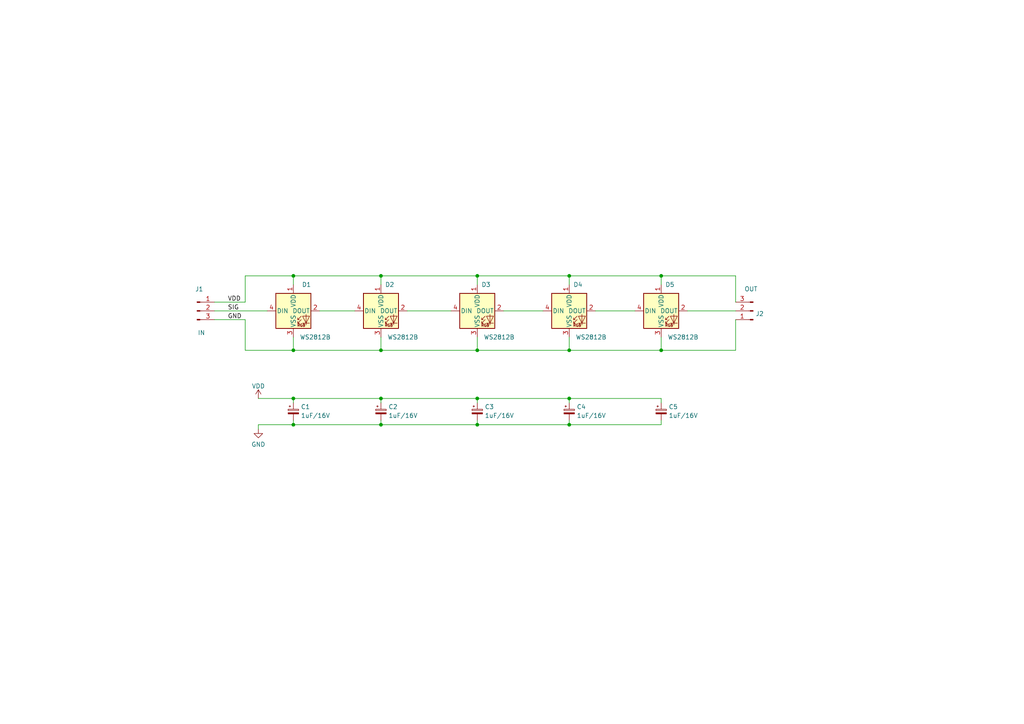
<source format=kicad_sch>
(kicad_sch (version 20211123) (generator eeschema)
  (paper "A4")
  (title_block (title "SMuFF Tools NeoPixel Board") (date "2023-03-27") (rev "1") (company "Technik gegg"))
  (lib_symbols
    (symbol "Connector:Conn_01x03_Male" (pin_names (offset 1.016) hide)
      (property "Reference" "J" (at 0 5.08 0))
      (property "Value" "Conn_01x03_Male" (at 0 -5.08 0))
      (symbol "Conn_01x03_Male_1_1"
        (polyline (pts (xy 1.27 -2.54) (xy 0.8636 -2.54)) (stroke (width 0.1524)))
        (polyline (pts (xy 1.27 0) (xy 0.8636 0)) (stroke (width 0.1524)))
        (polyline (pts (xy 1.27 2.54) (xy 0.8636 2.54)) (stroke (width 0.1524)))
        (rectangle (start 0.8636 -2.413) (end 0 -2.667) (stroke (width 0.1524)) (fill (type outline)))
        (rectangle (start 0.8636 0.127) (end 0 -0.127) (stroke (width 0.1524)) (fill (type outline)))
        (rectangle (start 0.8636 2.667) (end 0 2.413) (stroke (width 0.1524)) (fill (type outline)))
        (pin passive line (at 5.08 2.54 180) (length 3.81) (name "Pin_1") (number "1"))
        (pin passive line (at 5.08 0 180) (length 3.81) (name "Pin_2") (number "2"))
        (pin passive line (at 5.08 -2.54 180) (length 3.81) (name "Pin_3") (number "3"))
      )
    )
    (symbol "Device:C_Polarized_Small" (pin_numbers hide) (pin_names (offset 0.254) hide)
      (property "Reference" "C" (at 0.254 1.778 0))
      (property "Value" "C_Polarized_Small" (at 0.254 -2.032 0))
      (symbol "C_Polarized_Small_0_1"
        (rectangle (start -1.524 -0.3048) (end 1.524 -0.6858) (fill (type outline)))
        (rectangle (start -1.524 0.6858) (end 1.524 0.3048))
        (polyline (pts (xy -1.27 1.524) (xy -0.762 1.524)))
        (polyline (pts (xy -1.016 1.27) (xy -1.016 1.778)))
      )
      (symbol "C_Polarized_Small_1_1"
        (pin passive line (at 0 2.54 270) (length 1.8542) (name "~") (number "1"))
        (pin passive line (at 0 -2.54 90) (length 1.8542) (name "~") (number "2"))
      )
    )
    (symbol "LED:WS2812B" (pin_names (offset 0.254))
      (property "Reference" "D" (at 5.08 5.715 0))
      (property "Value" "WS2812B" (at 1.27 -5.715 0))
      (symbol "WS2812B_0_0"
        (text "RGB" (at 2.286 -4.191 0) (effects (font (size 0.762 0.762))))
      )
      (symbol "WS2812B_0_1"
        (polyline (pts (xy 1.27 -3.556) (xy 1.778 -3.556)))
        (polyline (pts (xy 1.27 -2.54) (xy 1.778 -2.54)))
        (polyline (pts (xy 4.699 -3.556) (xy 2.667 -3.556)))
        (polyline (pts (xy 2.286 -2.54) (xy 1.27 -3.556) (xy 1.27 -3.048)))
        (polyline (pts (xy 2.286 -1.524) (xy 1.27 -2.54) (xy 1.27 -2.032)))
        (polyline (pts (xy 3.683 -1.016) (xy 3.683 -3.556) (xy 3.683 -4.064)))
        (polyline (pts (xy 4.699 -1.524) (xy 2.667 -1.524) (xy 3.683 -3.556) (xy 4.699 -1.524)))
        (rectangle (start 5.08 5.08) (end -5.08 -5.08) (stroke (width 0.254)) (fill (type background)))
      )
      (symbol "WS2812B_1_1"
        (pin power_in line (at 0 7.62 270) (length 2.54) (name "VDD") (number "1"))
        (pin output line (at 7.62 0 180) (length 2.54) (name "DOUT") (number "2"))
        (pin power_in line (at 0 -7.62 90) (length 2.54) (name "VSS") (number "3"))
        (pin input line (at -7.62 0 0) (length 2.54) (name "DIN") (number "4"))
      )
    )
    (symbol "power:GND" (power) (pin_names (offset 0))
      (property "Value" "GND" (at 0 -3.81 0))
      (symbol "GND_0_1"
        (polyline (pts (xy 0 0) (xy 0 -1.27) (xy 1.27 -1.27) (xy 0 -2.54) (xy -1.27 -1.27) (xy 0 -1.27)))
      )
      (symbol "GND_1_1"
        (pin power_in line (at 0 0 270) (length 0) hide (name "GND") (number "1"))
      )
    )
    (symbol "power:VDD" (power) (pin_names (offset 0))
      (property "Value" "VDD" (at 0 3.81 0))
      (symbol "VDD_0_1"
        (polyline (pts (xy -0.762 1.27) (xy 0 2.54)))
        (polyline (pts (xy 0 0) (xy 0 2.54)))
        (polyline (pts (xy 0 2.54) (xy 0.762 1.27)))
      )
      (symbol "VDD_1_1"
        (pin power_in line (at 0 0 90) (length 0) hide (name "VDD") (number "1"))
      )
    )
  )
  (junction (at 110.49 123.19))
  (junction (at 110.49 80.01))
  (junction (at 165.1 123.19))
  (junction (at 165.1 101.6))
  (junction (at 85.09 80.01))
  (junction (at 165.1 80.01))
  (junction (at 191.77 101.6))
  (junction (at 85.09 115.57))
  (junction (at 85.09 101.6))
  (junction (at 138.43 101.6))
  (junction (at 165.1 115.57))
  (junction (at 138.43 115.57))
  (junction (at 110.49 115.57))
  (junction (at 110.49 101.6))
  (junction (at 138.43 80.01))
  (junction (at 85.09 123.19))
  (junction (at 191.77 80.01))
  (junction (at 138.43 123.19))
  (wire (pts (xy 74.93 124.46) (xy 74.93 123.19)))
  (wire (pts (xy 191.77 80.01) (xy 213.36 80.01)))
  (wire (pts (xy 71.12 80.01) (xy 85.09 80.01)))
  (wire (pts (xy 110.49 80.01) (xy 138.43 80.01)))
  (wire (pts (xy 165.1 97.79) (xy 165.1 101.6)))
  (wire (pts (xy 191.77 80.01) (xy 191.77 82.55)))
  (wire (pts (xy 191.77 115.57) (xy 191.77 116.84)))
  (wire (pts (xy 138.43 97.79) (xy 138.43 101.6)))
  (wire (pts (xy 118.11 90.17) (xy 130.81 90.17)))
  (wire (pts (xy 191.77 97.79) (xy 191.77 101.6)))
  (wire (pts (xy 110.49 121.92) (xy 110.49 123.19)))
  (wire (pts (xy 165.1 115.57) (xy 165.1 116.84)))
  (wire (pts (xy 165.1 101.6) (xy 191.77 101.6)))
  (wire (pts (xy 110.49 115.57) (xy 110.49 116.84)))
  (wire (pts (xy 172.72 90.17) (xy 184.15 90.17)))
  (wire (pts (xy 85.09 121.92) (xy 85.09 123.19)))
  (wire (pts (xy 138.43 115.57) (xy 138.43 116.84)))
  (wire (pts (xy 110.49 80.01) (xy 110.49 82.55)))
  (wire (pts (xy 85.09 97.79) (xy 85.09 101.6)))
  (wire (pts (xy 165.1 80.01) (xy 191.77 80.01)))
  (wire (pts (xy 71.12 87.63) (xy 71.12 80.01)))
  (wire (pts (xy 74.93 123.19) (xy 85.09 123.19)))
  (wire (pts (xy 165.1 123.19) (xy 191.77 123.19)))
  (wire (pts (xy 138.43 101.6) (xy 165.1 101.6)))
  (wire (pts (xy 138.43 80.01) (xy 138.43 82.55)))
  (wire (pts (xy 199.39 90.17) (xy 213.36 90.17)))
  (wire (pts (xy 110.49 101.6) (xy 138.43 101.6)))
  (wire (pts (xy 92.71 90.17) (xy 102.87 90.17)))
  (wire (pts (xy 110.49 97.79) (xy 110.49 101.6)))
  (wire (pts (xy 62.23 92.71) (xy 71.12 92.71)))
  (wire (pts (xy 85.09 101.6) (xy 110.49 101.6)))
  (wire (pts (xy 165.1 121.92) (xy 165.1 123.19)))
  (wire (pts (xy 213.36 92.71) (xy 213.36 101.6)))
  (wire (pts (xy 165.1 115.57) (xy 191.77 115.57)))
  (wire (pts (xy 138.43 123.19) (xy 165.1 123.19)))
  (wire (pts (xy 138.43 121.92) (xy 138.43 123.19)))
  (wire (pts (xy 213.36 87.63) (xy 213.36 80.01)))
  (wire (pts (xy 85.09 80.01) (xy 85.09 82.55)))
  (wire (pts (xy 138.43 80.01) (xy 165.1 80.01)))
  (wire (pts (xy 191.77 101.6) (xy 213.36 101.6)))
  (wire (pts (xy 74.93 115.57) (xy 85.09 115.57)))
  (wire (pts (xy 110.49 115.57) (xy 138.43 115.57)))
  (wire (pts (xy 62.23 90.17) (xy 77.47 90.17)))
  (wire (pts (xy 85.09 123.19) (xy 110.49 123.19)))
  (wire (pts (xy 62.23 87.63) (xy 71.12 87.63)))
  (wire (pts (xy 85.09 115.57) (xy 85.09 116.84)))
  (wire (pts (xy 146.05 90.17) (xy 157.48 90.17)))
  (wire (pts (xy 165.1 80.01) (xy 165.1 82.55)))
  (wire (pts (xy 138.43 115.57) (xy 165.1 115.57)))
  (wire (pts (xy 71.12 92.71) (xy 71.12 101.6)))
  (wire (pts (xy 85.09 80.01) (xy 110.49 80.01)))
  (wire (pts (xy 110.49 123.19) (xy 138.43 123.19)))
  (wire (pts (xy 71.12 101.6) (xy 85.09 101.6)))
  (wire (pts (xy 85.09 115.57) (xy 110.49 115.57)))
  (wire (pts (xy 191.77 121.92) (xy 191.77 123.19)))
  (label "VDD" (at 66.04 87.63 0))
  (label "GND" (at 66.04 92.71 0))
  (label "SIG" (at 66.04 90.17 0))
  (symbol (lib_id "Device:C_Polarized_Small") (at 85.09 119.38 0) (unit 1)
    (property "Reference" "C1" (at 87.249 117.9992 0) (effects (justify left)))
    (property "Value" "1uF/16V" (at 87.249 120.5361 0) (effects (justify left)))
    (property "Footprint" "Capacitor_Tantalum_SMD:CP_EIA-2012-12_Kemet-R" (effects hide))
  )
  (symbol (lib_id "Device:C_Polarized_Small") (at 191.77 119.38 0) (unit 1)
    (property "Reference" "C5" (at 193.929 117.9992 0) (effects (justify left)))
    (property "Value" "1uF/16V" (at 193.929 120.5361 0) (effects (justify left)))
    (property "Footprint" "Capacitor_Tantalum_SMD:CP_EIA-2012-12_Kemet-R" (effects hide))
  )
  (symbol (lib_id "LED:WS2812B") (at 138.43 90.17 0) (unit 1)
    (property "Reference" "D3" (at 140.97 82.55 0))
    (property "Value" "WS2812B" (at 144.78 97.79 0))
    (property "Footprint" "LED_SMD:LED_WS2812B_PLCC4_5.0x5.0mm_P3.2mm" (effects hide))
    (property "Datasheet" "https://cdn-shop.adafruit.com/datasheets/WS2812B.pdf" (effects hide))
  )
  (symbol (lib_id "LED:WS2812B") (at 110.49 90.17 0) (unit 1)
    (property "Reference" "D2" (at 113.03 82.55 0))
    (property "Value" "WS2812B" (at 116.84 97.79 0))
    (property "Footprint" "LED_SMD:LED_WS2812B_PLCC4_5.0x5.0mm_P3.2mm" (effects hide))
    (property "Datasheet" "https://cdn-shop.adafruit.com/datasheets/WS2812B.pdf" (effects hide))
  )
  (symbol (lib_id "power:VDD") (at 74.93 115.57 0) (unit 1)
    (property "Reference" "#PWR0101" (effects hide))
    (property "Value" "VDD" (at 74.93 111.9942 0))
  )
  (symbol (lib_id "Connector:Conn_01x03_Male") (at 57.15 90.17 0) (unit 1)
    (property "Reference" "J1" (at 57.785 83.854 0))
    (property "Value" "IN" (at 58.42 96.52 0))
    (property "Footprint" "Library:PinHeader_1x03_P2.54mm_Vertical_SMD_NeoPixel" (effects hide))
  )
  (symbol (lib_id "LED:WS2812B") (at 85.09 90.17 0) (unit 1)
    (property "Reference" "D1" (at 88.9 82.55 0))
    (property "Value" "WS2812B" (at 91.44 97.79 0))
    (property "Footprint" "LED_SMD:LED_WS2812B_PLCC4_5.0x5.0mm_P3.2mm" (effects hide))
    (property "Datasheet" "https://cdn-shop.adafruit.com/datasheets/WS2812B.pdf" (effects hide))
  )
  (symbol (lib_id "power:GND") (at 74.93 124.46 0) (unit 1)
    (property "Reference" "#PWR02" (effects hide))
    (property "Value" "GND" (at 74.93 128.9034 0))
  )
  (symbol (lib_id "Device:C_Polarized_Small") (at 110.49 119.38 0) (unit 1)
    (property "Reference" "C2" (at 112.649 117.9992 0) (effects (justify left)))
    (property "Value" "1uF/16V" (at 112.649 120.5361 0) (effects (justify left)))
    (property "Footprint" "Capacitor_Tantalum_SMD:CP_EIA-2012-12_Kemet-R" (effects hide))
  )
  (symbol (lib_id "Connector:Conn_01x03_Male") (at 218.44 90.17 180) (unit 1)
    (property "Reference" "J2" (at 219.1512 91.0047 0) (effects (justify right)))
    (property "Value" "OUT" (at 215.9 83.82 0) (effects (justify right)))
    (property "Footprint" "Library:PinHeader_1x03_P2.54mm_Vertical_SMD_NeoPixel" (effects hide))
  )
  (symbol (lib_id "LED:WS2812B") (at 191.77 90.17 0) (unit 1)
    (property "Reference" "D5" (at 194.31 82.55 0))
    (property "Value" "WS2812B" (at 198.12 97.79 0))
    (property "Footprint" "LED_SMD:LED_WS2812B_PLCC4_5.0x5.0mm_P3.2mm" (effects hide))
    (property "Datasheet" "https://cdn-shop.adafruit.com/datasheets/WS2812B.pdf" (effects hide))
  )
  (symbol (lib_id "LED:WS2812B") (at 165.1 90.17 0) (unit 1)
    (property "Reference" "D4" (at 167.64 82.55 0))
    (property "Value" "WS2812B" (at 171.45 97.79 0))
    (property "Footprint" "LED_SMD:LED_WS2812B_PLCC4_5.0x5.0mm_P3.2mm" (effects hide))
    (property "Datasheet" "https://cdn-shop.adafruit.com/datasheets/WS2812B.pdf" (effects hide))
  )
  (symbol (lib_id "Device:C_Polarized_Small") (at 138.43 119.38 0) (unit 1)
    (property "Reference" "C3" (at 140.589 117.9992 0) (effects (justify left)))
    (property "Value" "1uF/16V" (at 140.589 120.5361 0) (effects (justify left)))
    (property "Footprint" "Capacitor_Tantalum_SMD:CP_EIA-2012-12_Kemet-R" (effects hide))
  )
  (symbol (lib_id "Device:C_Polarized_Small") (at 165.1 119.38 0) (unit 1)
    (property "Reference" "C4" (at 167.259 117.9992 0) (effects (justify left)))
    (property "Value" "1uF/16V" (at 167.259 120.5361 0) (effects (justify left)))
    (property "Footprint" "Capacitor_Tantalum_SMD:CP_EIA-2012-12_Kemet-R" (effects hide))
  )
)
</source>
